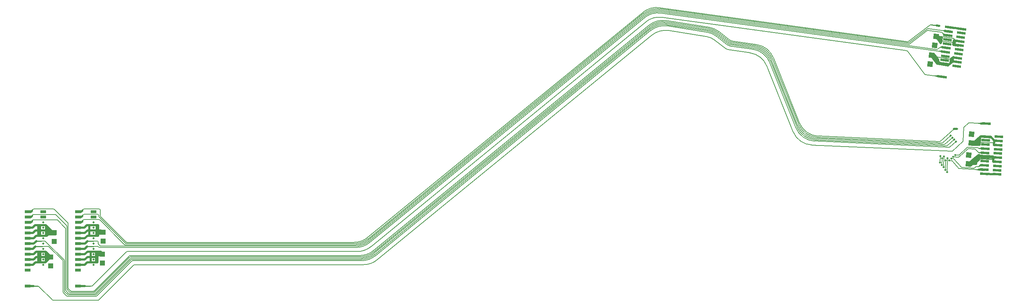
<source format=gbr>
*
G4_C Author: OrCAD GerbTool(tm) 8.1.1 Wed Jun 18 21:21:11 2003*
G4 Mass Parameters *
G4 Image *
G4 Aperture Definitions *
G4 Plot Data *
G4 Mass Parameters *
G4 Image *
G4 Aperture Definitions *
G4 Plot Data *
G4 Mass Parameters *
G4 Image *
G4 Aperture Definitions *
G4 Plot Data *
G4 Mass Parameters *
G4 Image *
G4 Aperture Definitions *
G4 Plot Data *
G4 Mass Parameters *
G4 Image *
G4 Aperture Definitions *
G4 Plot Data *
G4 Mass Parameters *
G4 Image *
G4 Aperture Definitions *
G4 Plot Data *
G4 Mass Parameters *
G4 Image *
G4 Aperture Definitions *
G4 Plot Data *
G4 Mass Parameters *
G4 Image *
G4 Aperture Definitions *
G4 Plot Data *
%LPD*%
%FSLAX34Y34*%
%MOIN*%
%AD*%
%AMD25R98*
20,1,0.025000,0.000000,-0.035000,0.000000,0.035000,98.600000*
%
%AMD10R98*
20,1,0.050000,-0.025000,0.000000,0.025000,0.000000,98.600000*
%
%AMD25R98N2*
20,1,0.025000,0.000000,-0.035000,0.000000,0.035000,98.600000*
%
%AMD10R98N2*
20,1,0.050000,-0.025000,0.000000,0.025000,0.000000,98.600000*
%
%AMD25R86*
20,1,0.025000,0.000000,-0.035000,0.000000,0.035000,86.080000*
%
%AMD10R86*
20,1,0.050000,-0.025000,0.000000,0.025000,0.000000,86.080000*
%
%AMD16R5*
20,1,0.025000,-0.035000,0.000000,0.035000,0.000000,5.450000*
%
%AMD10R5*
20,1,0.050000,-0.025000,0.000000,0.025000,0.000000,5.450000*
%
%AMD16R5N2*
20,1,0.025000,-0.035000,0.000000,0.035000,0.000000,5.450000*
%
%AMD10R5N2*
20,1,0.050000,-0.025000,0.000000,0.025000,0.000000,5.450000*
%
%AMD31R3*
20,1,0.025000,0.034920,-0.002390,-0.034920,0.002390,3.950000*
%
%AMD32R3*
20,1,0.050000,-0.001710,-0.024940,0.001710,0.024940,3.950000*
%
%AMD31R3N2*
20,1,0.025000,0.034920,-0.002390,-0.034920,0.002390,3.910000*
%
%AMD32R3N2*
20,1,0.050000,-0.001710,-0.024940,0.001710,0.024940,3.910000*
%
%AMD31R3N3*
20,1,0.025000,0.034920,-0.002390,-0.034920,0.002390,3.920000*
%
%AMD32R3N3*
20,1,0.050000,-0.001710,-0.024940,0.001710,0.024940,3.920000*
%
%AMD29R81*
20,1,0.022000,0.000000,-0.040000,0.000000,0.040000,81.800000*
%
%AMD42R81*
20,1,0.050000,-0.025000,0.000000,0.025000,0.000000,81.800000*
%
%AMD29R87*
20,1,0.022000,0.000000,-0.040000,0.000000,0.040000,87.000000*
%
%AMD42R87*
20,1,0.050000,-0.025000,0.000000,0.025000,0.000000,87.000000*
%
%AMD29R82*
20,1,0.022000,0.000000,-0.040000,0.000000,0.040000,82.200000*
%
%AMD42R82*
20,1,0.050000,-0.025000,0.000000,0.025000,0.000000,82.200000*
%
%AMD29R87N2*
20,1,0.022000,0.000000,-0.040000,0.000000,0.040000,87.400000*
%
%AMD42R87N2*
20,1,0.050000,-0.025000,0.000000,0.025000,0.000000,87.400000*
%
%ADD10R,0.050000X0.050000*%
%ADD11C,0.006000*%
%ADD12C,0.019000*%
%ADD13C,0.007900*%
%ADD14C,0.005000*%
%ADD15C,0.000800*%
%ADD16R,0.070000X0.025000*%
%ADD17R,0.068000X0.023000*%
%ADD18C,0.006000*%
%ADD19C,0.009800*%
%ADD20C,0.010000*%
%ADD21C,0.030000*%
%ADD22C,0.060000*%
%ADD23C,0.035000*%
%ADD24C,0.055000*%
%ADD25R,0.025000X0.070000*%
%ADD26D25R98*%
%ADD27R,0.029000X0.058000*%
%ADD28R,0.031000X0.060000*%
%ADD29R,0.022000X0.080000*%
%ADD30R,0.024000X0.082000*%
%ADD31R,0.030000X0.030000*%
%ADD32D10R86*%
%ADD33D16R5*%
%ADD34D10R5*%
%ADD35D16R5N2*%
%ADD36D10R5N2*%
%ADD37D31R3*%
%ADD38D32R3*%
%ADD39R,0.070000X0.025000*%
%ADD40D32R3N2*%
%ADD41R,0.070000X0.025000*%
%ADD42R,0.050000X0.050000*%
%ADD43D29R81*%
%ADD44D42R81*%
%ADD45D29R87*%
%ADD46D42R87*%
%ADD47D29R82*%
%ADD48D42R82*%
%ADD49D29R87N2*%
%ADD50D42R87N2*%
%ADD256R,0.058000X0.029000*%
G4_C OrCAD GerbTool Tool List *
G54D20*
G1X7677Y1877D2*
G1X7168Y1877D1*
G1X8360Y4137D2*
G54D12*
G1X8360Y4610D1*
G1X8360Y4255D2*
G1X8360Y4727D1*
G1X8413Y6632D2*
G1X8414Y7106D1*
G1X8331Y6127D2*
G54D11*
G1X7743Y6126D1*
G1X8431Y6027D2*
G75*
G3X8331Y6127I-100J0D1*
G74*
G1X7826Y1877D2*
G1X7564Y1877D1*
G1X7896Y1906D2*
G75*
G2X7826Y1877I-71J71D1*
G74*
G1X7108Y7377D2*
G54D12*
G1X6532Y7376D1*
G1X7108Y7377D2*
G1X7362Y7629D1*
G1X6663Y6376D2*
G1X7158Y6376D1*
G1X7409Y6628D1*
G1X6670Y5875D2*
G1X7169Y5875D1*
G1X7155Y4878D2*
G1X6608Y4878D1*
G1X6607Y4378D2*
G1X7154Y4378D1*
G1X7405Y4628D1*
G1X7141Y5377D2*
G1X7392Y5628D1*
G1X7406Y5128D2*
G1X7155Y4878D1*
G1X7396Y4128D2*
G1X7148Y3878D1*
G1X7169Y5875D2*
G1X7422Y6128D1*
G1X7153Y6880D2*
G1X6580Y6880D1*
G1X7401Y7128D2*
G1X7153Y6880D1*
G1X11116Y5997D2*
G75*
G54D11*
G2X11046Y6026I0J100D1*
G74*
G1X11044Y5877D2*
G75*
G2X10974Y5906I0J100D1*
G74*
G1X10963Y5757D2*
G75*
G2X10893Y5786I0J100D1*
G74*
G1X11098Y5108D2*
G1X7896Y1906D1*
G1X11168Y5137D2*
G75*
G3X11098Y5108I0J-100D1*
G74*
G1X11409Y4757D2*
G75*
G3X11339Y4728I0J-100D1*
G74*
G1X11397Y4608D2*
G75*
G2X11467Y4637I71J-71D1*
G74*
G1X11524Y4517D2*
G75*
G3X11454Y4488I0J-100D1*
G74*
G1X11517Y4368D2*
G75*
G2X11587Y4397I71J-71D1*
G74*
G1X11661Y4277D2*
G75*
G3X11591Y4248I0J-100D1*
G74*
G1X11786Y3868D2*
G75*
G2X11856Y3897I71J-71D1*
G74*
G1X8292Y947D2*
G1X11591Y4248D1*
G1X8222Y918D2*
G75*
G3X8292Y947I0J100D1*
G74*
G1X11517Y4368D2*
G1X8217Y1067D1*
G75*
G2X8147Y1038I-71J71D1*
G74*
G1X8154Y1187D2*
G1X11454Y4488D1*
G1X8084Y1158D2*
G75*
G3X8154Y1187I0J100D1*
G74*
G1X11397Y4608D2*
G1X8097Y1307D1*
G75*
G2X8027Y1278I-71J71D1*
G74*
G1X8039Y1427D2*
G1X11339Y4728D1*
G1X7969Y1398D2*
G75*
G3X8039Y1427I0J100D1*
G74*
G1X8487Y567D2*
G1X11786Y3868D1*
G1X8417Y538D2*
G75*
G3X8487Y567I0J100D1*
G74*
G1X8414Y6627D2*
G54D12*
G1X7409Y6627D1*
G1X7423Y6126D2*
G54D20*
G1X7969Y6127D1*
G1X7392Y5627D2*
G1X7969Y5627D1*
G1X8675Y5127D2*
G54D12*
G1X7406Y5127D1*
G1X8360Y4627D2*
G1X7422Y4627D1*
G1X8360Y4127D2*
G1X7396Y4127D1*
G1X8359Y5627D2*
G54D11*
G1X7712Y5627D1*
G1X8429Y5598D2*
G75*
G3X8359Y5627I-71J-71D1*
G74*
G1X8429Y5598D2*
G1X8481Y5546D1*
G75*
G3X8551Y5517I71J71D1*
G74*
G1X8431Y5874D2*
G1X8431Y6027D1*
G1X8460Y5803D2*
G75*
G2X8431Y5874I71J71D1*
G74*
G1X8460Y5803D2*
G1X8597Y5666D1*
G75*
G3X8667Y5637I71J71D1*
G74*
G1X6608Y5377D2*
G54D12*
G1X7141Y5377D1*
G1X6608Y3877D2*
G1X7109Y3877D1*
G1X7168Y1877D2*
G1X6618Y1877D1*
G1X7978Y6375D3*
G1X7977Y5875D3*
G1X7977Y4376D3*
G1X7977Y6875D3*
G1X7976Y5376D3*
G1X7976Y4876D3*
G1X7977Y3875D3*
G1X7976Y7876D3*
G54D256*
G1X7976Y8376D3*
G1X7978Y8876D3*
G1X6507Y8378D3*
G1X6506Y7877D3*
G1X6506Y7378D3*
G1X6506Y6878D3*
G1X6506Y6377D3*
G1X6507Y5877D3*
G1X6507Y5377D3*
G1X6506Y4876D3*
G1X6507Y4377D3*
G1X6506Y3878D3*
G1X6507Y3377D3*
G1X6506Y1877D3*
G1X6507Y8877D3*
G1X6789Y7773D2*
G54D11*
G1X6919Y7879D1*
G1X6789Y7985D1*
G1X6795Y7879D2*
G1X6919Y7879D1*
G1X6790Y8273D2*
G1X6920Y8379D1*
G1X6794Y8378D1*
G1X6795Y8879D2*
G1X6921Y8879D1*
G1X6886Y8379D2*
G75*
G3X6985Y8479I0J100D1*
G74*
G1X6921Y8879D2*
G1X6790Y8773D1*
G1X6795Y7879D2*
G1X6919Y7879D1*
G1X6885Y7878D2*
G75*
G3X6985Y7979I0J100D1*
G74*
G1X6920Y8879D2*
G1X6789Y8985D1*
G1X6794Y8879D2*
G1X6920Y8879D1*
G1X6885Y8879D2*
G75*
G3X6985Y8979I0J100D1*
G74*
G1X6918Y8379D2*
G1X6787Y8485D1*
G1X6835Y8423D2*
G1X6960Y8424D1*
G1X6838Y8459D2*
G1X6963Y8459D1*
G1X6843Y8433D2*
G1X6973Y8539D1*
G1X6773Y8484D2*
G1X6899Y8484D1*
G1X6853Y8406D2*
G1X6983Y8512D1*
G1X6787Y8984D2*
G1X6912Y8985D1*
G1X6826Y8925D2*
G1X6952Y8924D1*
G1X6830Y8964D2*
G1X6954Y8964D1*
G1X6983Y9036D2*
G1X6853Y8930D1*
G1X6977Y8994D2*
G1X6847Y8889D1*
G1X6961Y8970D2*
G1X6831Y8864D1*
G1X6827Y8451D2*
G1X6957Y8557D1*
G1X6810Y7936D2*
G1X6940Y8043D1*
G1X6749Y7983D2*
G1X6875Y7984D1*
G1X6843Y7923D2*
G1X6967Y7923D1*
G1X6845Y7956D2*
G1X6971Y7956D1*
G1X6850Y7983D2*
G1X6974Y7983D1*
G1X6845Y7925D2*
G1X6975Y8031D1*
G1X6985Y8979D2*
G1X6986Y9039D1*
G1X6970Y9077D2*
G1X6840Y8971D1*
G1X6858Y8938D2*
G1X6986Y9067D1*
G1X7086Y8134D2*
G75*
G3X7023Y8112I0J-101D1*
G74*
G1X7088Y8634D2*
G75*
G3X7024Y8611I0J-101D1*
G74*
G1X6985Y8015D2*
G1X6984Y8070D1*
G1X6984Y8508D2*
G1X6984Y8563D1*
G1X6984Y8465D2*
G1X6984Y8520D1*
G1X6985Y7970D2*
G1X6985Y8025D1*
G1X7021Y8110D2*
G1X6890Y8003D1*
G1X7084Y8133D2*
G75*
G3X7021Y8110I0J-100D1*
G74*
G1X6886Y8498D2*
G1X7023Y8610D1*
G75*
G2X7087Y8633I63J-77D1*
G74*
G1X6896Y9016D2*
G1X7017Y9115D1*
G75*
G2X7080Y9137I63J-78D1*
G74*
G1X6804Y7819D2*
G1X6804Y7946D1*
G1X6808Y8324D2*
G1X6808Y8451D1*
G1X6804Y8829D2*
G1X6804Y8956D1*
G1X10893Y5786D2*
G1X8576Y8104D1*
G1X8506Y8133D2*
G1X7084Y8133D1*
G1X8576Y8104D2*
G75*
G3X8506Y8133I-71J-71D1*
G74*
G1X10974Y5906D2*
G1X8512Y8368D1*
G75*
G2X8483Y8439I71J71D1*
G74*
G1X8483Y8533D1*
G1X8383Y8633D2*
G1X7087Y8633D1*
G1X8483Y8533D2*
G75*
G3X8383Y8633I-100J0D1*
G74*
G1X11046Y6026D2*
G1X8640Y8432D1*
G75*
G2X8611Y8503I71J71D1*
G74*
G1X8611Y9037D1*
G1X8511Y9137D2*
G1X7080Y9137D1*
G1X8611Y9037D2*
G75*
G3X8511Y9137I-100J0D1*
G74*
G1X7593Y7151D2*
G54D12*
G1X7593Y7624D1*
G1X7591Y6676D2*
G1X7591Y7149D1*
G1X8675Y6809D2*
G1X8287Y6809D1*
G1X8682Y6985D2*
G1X8287Y6985D1*
G1X8414Y7302D2*
G1X8287Y7302D1*
G1X8287Y7487D2*
G1X8413Y7487D1*
G1X7976Y7376D3*
G1X8267Y7146D2*
G1X8267Y7619D1*
G1X8262Y6711D2*
G1X8262Y7184D1*
G1X8414Y7157D2*
G1X8414Y7630D1*
G1X8674Y7125D2*
G1X7401Y7125D1*
G1X7362Y7628D2*
G1X8414Y7628D1*
G54D42*
G1X8814Y4056D3*
G1X8815Y4896D3*
G1X8891Y6120D3*
G1X8892Y6960D3*
G1X2347Y1876D2*
G54D12*
G1X1798Y1876D1*
G1X2757Y1876D2*
G54D20*
G1X2248Y1876D1*
G1X2827Y1845D2*
G75*
G54D11*
G3X2757Y1876I-71J-71D1*
G74*
G1X2061Y7770D2*
G1X2191Y7876D1*
G1X2061Y7983D1*
G1X2081Y7954D2*
G1X2081Y7800D1*
G1X2119Y7931D2*
G1X2118Y7822D1*
G1X2066Y7877D2*
G1X2191Y7876D1*
G1X2061Y8270D2*
G1X2191Y8377D1*
G1X2082Y8454D2*
G1X2081Y8300D1*
G1X2118Y8431D2*
G1X2119Y8323D1*
G1X2066Y8377D2*
G1X2191Y8377D1*
G1X2083Y8954D2*
G1X2082Y8800D1*
G1X2119Y8931D2*
G1X2120Y8823D1*
G1X2068Y8876D2*
G1X2192Y8877D1*
G1X2258Y8532D2*
G75*
G2X2357Y8632I100J0D1*
G74*
G1X2258Y8476D2*
G1X2258Y8532D1*
G1X2157Y8377D2*
G75*
G3X2258Y8476I0J100D1*
G74*
G1X2066Y7877D2*
G1X2191Y7876D1*
G1X2257Y8031D2*
G75*
G2X2357Y8131I100J0D1*
G74*
G1X2258Y7977D2*
G1X2257Y8031D1*
G1X2157Y7877D2*
G75*
G3X2258Y7977I0J100D1*
G74*
G1X2191Y8877D2*
G1X2061Y8983D1*
G1X2067Y8877D2*
G1X2191Y8877D1*
G1X2157Y8876D2*
G75*
G3X2257Y8977I0J100D1*
G74*
G1X2189Y8376D2*
G1X2060Y8483D1*
G1X2106Y8422D2*
G1X2231Y8421D1*
G1X2110Y8457D2*
G1X2235Y8457D1*
G1X2157Y8496D2*
G1X2287Y8602D1*
G1X2115Y8431D2*
G1X2245Y8537D1*
G1X2046Y8482D2*
G1X2170Y8481D1*
G1X2124Y8404D2*
G1X2254Y8510D1*
G1X2059Y8983D2*
G1X2185Y8983D1*
G1X2099Y8923D2*
G1X2223Y8923D1*
G1X2101Y8962D2*
G1X2226Y8961D1*
G1X2255Y9034D2*
G1X2125Y8927D1*
G1X2248Y8993D2*
G1X2118Y8887D1*
G1X2233Y8968D2*
G1X2103Y8862D1*
G1X2098Y8448D2*
G1X2228Y8555D1*
G1X2162Y8001D2*
G1X2292Y8107D1*
G1X2081Y7935D2*
G1X2211Y8041D1*
G1X2022Y7982D2*
G1X2146Y7982D1*
G1X2114Y7921D2*
G1X2239Y7921D1*
G1X2117Y7954D2*
G1X2242Y7954D1*
G1X2121Y7981D2*
G1X2246Y7980D1*
G1X2116Y7922D2*
G1X2246Y8029D1*
G1X2257Y8977D2*
G1X2257Y9037D1*
G75*
G2X2358Y9137I100J0D1*
G74*
G1X2299Y9120D2*
G1X2169Y9014D1*
G1X2243Y9075D2*
G1X2113Y8969D1*
G1X2238Y7374D2*
G54D12*
G1X1661Y7375D1*
G1X2238Y7374D2*
G1X2490Y7626D1*
G1X2130Y8936D2*
G54D11*
G1X2258Y9065D1*
G1X1791Y6374D2*
G54D12*
G1X2287Y6374D1*
G1X1799Y5874D2*
G1X2299Y5874D1*
G1X1737Y3876D2*
G1X2237Y3876D1*
G1X2285Y4876D2*
G1X1737Y4875D1*
G1X1737Y4376D2*
G1X2283Y4376D1*
G1X1737Y5376D2*
G1X2271Y5376D1*
G1X2520Y5626D1*
G1X2526Y4126D2*
G1X2276Y3876D1*
G1X2282Y6877D2*
G1X1710Y6878D1*
G1X2530Y7126D2*
G1X2282Y6877D1*
G1X2073Y8780D2*
G54D11*
G1X2203Y8887D1*
G1X2651Y6126D2*
G54D20*
G1X3097Y6125D1*
G1X3950Y4626D2*
G54D12*
G1X3450Y4126D1*
G1X3922Y4676D2*
G1X3473Y5126D1*
G1X2336Y6374D2*
G1X2588Y6626D1*
G1X2332Y4376D2*
G1X2583Y4626D1*
G1X2583Y5125D2*
G1X2334Y4876D1*
G1X2348Y5874D2*
G1X2600Y6127D1*
G1X5899Y1397D2*
G75*
G54D11*
G2X5829Y1426I0J100D1*
G74*
G1X5729Y1306D2*
G75*
G3X5800Y1277I71J71D1*
G74*
G1X5702Y1157D2*
G75*
G2X5631Y1186I0J100D1*
G74*
G1X5557Y1066D2*
G75*
G3X5627Y1037I71J71D1*
G74*
G1X5528Y917D2*
G75*
G2X5458Y946I0J100D1*
G74*
G1X5115Y1330D2*
G75*
G3X5144Y1260I100J0D1*
G74*
G1X5264Y1359D2*
G75*
G2X5235Y1429I71J71D1*
G74*
G1X5384Y1435D2*
G75*
G2X5355Y1505I71J71D1*
G74*
G1X5475Y1603D2*
G75*
G3X5504Y1533I100J0D1*
G74*
G1X5627Y1628D2*
G75*
G2X5598Y1698I71J71D1*
G74*
G1X5115Y1330D2*
G1X5115Y4235D1*
G75*
G3X5086Y4305I-100J0D1*
G74*
G1X5235Y1429D2*
G1X5235Y4285D1*
G75*
G3X5206Y4355I-100J0D1*
G74*
G1X5086Y4305D2*
G1X3793Y5597D1*
G1X3723Y5626D2*
G1X2873Y5626D1*
G1X3793Y5597D2*
G75*
G3X3723Y5626I-71J-71D1*
G74*
G1X5206Y4355D2*
G1X3464Y6097D1*
G1X3394Y6126D2*
G1X2872Y6126D1*
G1X3464Y6097D2*
G75*
G3X3394Y6126I-71J-71D1*
G74*
G1X5355Y1505D2*
G1X5355Y7280D1*
G75*
G3X5326Y7350I-100J0D1*
G74*
G1X5475Y1603D2*
G1X5475Y7500D1*
G75*
G3X5446Y7570I-100J0D1*
G74*
G1X5598Y1698D2*
G1X5598Y7736D1*
G75*
G3X5569Y7806I-100J0D1*
G74*
G1X5326Y7350D2*
G1X4575Y8102D1*
G75*
G3X4505Y8131I-71J-71D1*
G74*
G1X5446Y7570D2*
G1X4415Y8602D1*
G75*
G3X4345Y8631I-71J-71D1*
G74*
G1X5569Y7806D2*
G1X4268Y9107D1*
G75*
G3X4198Y9136I-71J-71D1*
G74*
G1X3450Y4126D2*
G54D12*
G1X2526Y4126D1*
G1X3899Y4626D2*
G1X2566Y4626D1*
G1X3473Y5126D2*
G1X2566Y5125D1*
G1X3197Y5626D2*
G54D20*
G1X2566Y5626D1*
G1X3558Y7126D2*
G54D12*
G1X2530Y7126D1*
G1X4345Y8631D2*
G54D11*
G1X2357Y8631D1*
G1X4198Y9136D2*
G1X2358Y9136D1*
G1X4505Y8131D2*
G1X2356Y8131D1*
G1X4107Y566D2*
G75*
G3X4177Y537I71J71D1*
G74*
G54D12*
G1X3239Y6373D3*
G1X3238Y5873D3*
G1X3238Y4374D3*
G1X3238Y6873D3*
G1X3237Y7374D3*
G1X3237Y5374D3*
G1X3237Y4874D3*
G1X3238Y3873D3*
G1X3237Y7874D3*
G54D256*
G1X3237Y8374D3*
G1X3239Y8874D3*
G1X1767Y8376D3*
G1X1766Y7875D3*
G1X1766Y7376D3*
G1X1766Y6876D3*
G1X1766Y6375D3*
G1X1767Y5875D3*
G1X1767Y5375D3*
G1X1766Y4874D3*
G1X1767Y4375D3*
G1X1766Y3876D3*
G1X1767Y3375D3*
G1X1766Y1874D3*
G1X1767Y8875D3*
G1X2530Y7626D2*
G54D12*
G1X3472Y7626D1*
G54D42*
G1X3949Y3766D3*
G1X3950Y4606D3*
G1X4268Y6070D3*
G1X4269Y6910D3*
G1X3563Y7064D2*
G54D12*
G1X4423Y7064D1*
G1X3923Y7176D2*
G1X3474Y7626D1*
G1X4175Y6922D2*
G1X3726Y7372D1*
G1X3563Y6755D2*
G1X4423Y6755D1*
G1X3511Y6919D2*
G1X4371Y6919D1*
G1X4100Y6878D2*
G1X3651Y7328D1*
G1X3657Y6741D2*
G1X3657Y7418D1*
G1X3504Y6626D2*
G1X3504Y7576D1*
G1X4034Y7070D2*
G1X3584Y6626D1*
G1X3566Y6625D2*
G1X2611Y6625D1*
G1X2976Y4148D2*
G1X2976Y5098D1*
G1X2793Y4155D2*
G1X2793Y5105D1*
G1X2958Y6642D2*
G1X2958Y7592D1*
G1X2773Y6628D2*
G1X2773Y7578D1*
G1X3498Y5095D2*
G1X3498Y4196D1*
G1X3656Y4926D2*
G1X3656Y4426D1*
G1X7969Y1398D2*
G54D11*
G1X5898Y1398D1*
G1X5828Y1427D2*
G1X5627Y1628D1*
G1X5898Y1398D2*
G75*
G2X5828Y1427I0J100D1*
G74*
G1X8027Y1278D2*
G1X5798Y1278D1*
G1X5727Y1308D2*
G1X5504Y1533D1*
G1X5798Y1278D2*
G75*
G2X5727Y1308I0J100D1*
G74*
G1X8084Y1158D2*
G1X5700Y1158D1*
G1X5629Y1188D2*
G1X5384Y1435D1*
G1X5700Y1158D2*
G75*
G2X5629Y1188I0J100D1*
G74*
G1X8147Y1038D2*
G1X5626Y1038D1*
G1X5556Y1067D2*
G1X5264Y1359D1*
G1X5626Y1038D2*
G75*
G2X5556Y1067I0J100D1*
G74*
G1X8222Y918D2*
G1X5527Y918D1*
G1X5457Y947D2*
G1X5144Y1260D1*
G1X5527Y918D2*
G75*
G2X5457Y947I0J100D1*
G74*
G1X8417Y538D2*
G1X4176Y538D1*
G1X4106Y567D2*
G1X2827Y1845D1*
G1X4176Y538D2*
G75*
G2X4106Y567I0J100D1*
G74*
G1X7725Y4575D2*
G54D12*
G1X7725Y5047D1*
G1X7725Y4131D2*
G1X7725Y4604D1*
G1X8361Y4440D2*
G1X8225Y4440D1*
G1X8225Y4277D2*
G1X8360Y4277D1*
G1X8674Y4785D2*
G1X8225Y4785D1*
G1X8225Y4947D2*
G1X8674Y4947D1*
G1X8225Y4134D2*
G1X8225Y4607D1*
G1X8225Y4648D2*
G1X8225Y5121D1*
G1X11116Y5997D2*
G54D11*
G1X32495Y5997D1*
G75*
G3X33762Y6450I0J2001D1*
G74*
G1X32539Y5877D2*
G1X11044Y5877D1*
G1X33806Y6330D2*
G75*
G2X32539Y5877I-1267J1549D1*
G74*
G1X10963Y5757D2*
G1X32582Y5757D1*
G75*
G3X33849Y6210I0J2001D1*
G74*
G1X32624Y5637D2*
G1X8667Y5637D1*
G1X33891Y6090D2*
G75*
G2X32624Y5637I-1267J1549D1*
G74*
G1X8551Y5517D2*
G1X32668Y5517D1*
G75*
G3X33934Y5970I0J2001D1*
G74*
G1X32807Y5137D2*
G1X11168Y5137D1*
G1X34074Y5590D2*
G75*
G2X32807Y5137I-1267J1549D1*
G74*
G1X11409Y4757D2*
G1X33037Y4757D1*
G75*
G3X34304Y5210I0J2001D1*
G74*
G1X33080Y4637D2*
G1X11467Y4637D1*
G1X34346Y5090D2*
G75*
G2X33080Y4637I-1267J1549D1*
G74*
G1X11524Y4517D2*
G1X33123Y4517D1*
G75*
G3X34390Y4970I0J2001D1*
G74*
G1X33166Y4397D2*
G1X11587Y4397D1*
G1X34432Y4850D2*
G75*
G2X33166Y4397I-1267J1549D1*
G74*
G1X11661Y4277D2*
G1X33209Y4277D1*
G75*
G3X34475Y4730I0J2001D1*
G74*
G1X33394Y3897D2*
G1X11856Y3897D1*
G1X34661Y4350D2*
G75*
G2X33394Y3897I-1267J1549D1*
G74*
G1X60254Y26450D2*
G1X34304Y5210D1*
G1X61826Y26878D2*
G75*
G3X60254Y26450I-306J-1977D1*
G74*
G1X34661Y4350D2*
G1X60511Y25507D1*
G75*
G2X62084Y25936I1272J-1555D1*
G74*
G1X60392Y25942D2*
G1X34475Y4730D1*
G1X61965Y26371D2*
G75*
G3X60392Y25942I-306J-1977D1*
G74*
G1X34432Y4850D2*
G1X60357Y26069D1*
G75*
G2X61930Y26498I1272J-1555D1*
G74*
G1X60323Y26196D2*
G1X34390Y4970D1*
G1X61895Y26625D2*
G75*
G3X60323Y26196I-306J-1977D1*
G74*
G1X34346Y5090D2*
G1X60288Y26323D1*
G75*
G2X61861Y26752I1272J-1555D1*
G74*
G1X62084Y25936D2*
G1X65565Y25397D1*
G75*
G2X66495Y24992I-307J-1982D1*
G74*
G1X65670Y25798D2*
G1X61965Y26371D1*
G1X66601Y25393D2*
G75*
G3X65670Y25798I-1229J-1563D1*
G74*
G1X61930Y26498D2*
G1X65719Y25912D1*
G75*
G2X66650Y25507I-307J-1982D1*
G74*
G1X65769Y26025D2*
G1X61895Y26625D1*
G1X66700Y25620D2*
G75*
G3X65769Y26025I-1229J-1563D1*
G74*
G1X61861Y26752D2*
G1X65818Y26139D1*
G75*
G2X66749Y25734I-307J-1982D1*
G74*
G1X65868Y26253D2*
G1X61826Y26878D1*
G1X66799Y25848D2*
G75*
G3X65868Y26253I-1229J-1563D1*
G74*
G1X66799Y25848D2*
G1X67808Y25054D1*
G75*
G3X68045Y24952I308J391D1*
G74*
G1X66749Y25734D2*
G1X67759Y24940D1*
G75*
G3X67996Y24838I308J391D1*
G74*
G1X66700Y25620D2*
G1X67710Y24826D1*
G75*
G3X67948Y24724I308J391D1*
G74*
G1X66650Y25507D2*
G1X67661Y24712D1*
G75*
G3X67899Y24610I308J391D1*
G74*
G1X66601Y25393D2*
G1X67612Y24597D1*
G75*
G3X67850Y24495I308J391D1*
G74*
G1X66495Y24992D2*
G1X67457Y24236D1*
G75*
G3X67695Y24134I308J391D1*
G74*
G1X69746Y23838D1*
G75*
G2X71318Y22602I-285J-1976D1*
G74*
G1X70018Y24183D2*
G1X67850Y24495D1*
G1X71589Y22946D2*
G75*
G3X70018Y24183I-1851J-740D1*
G74*
G1X70103Y24292D2*
G1X67899Y24610D1*
G1X71675Y23055D2*
G75*
G3X70103Y24292I-1851J-740D1*
G74*
G1X70189Y24401D2*
G1X67948Y24724D1*
G1X71761Y23164D2*
G75*
G3X70189Y24401I-1851J-740D1*
G74*
G1X67996Y24838D2*
G1X70275Y24510D1*
G75*
G2X71846Y23273I-285J-1976D1*
G74*
G1X70360Y24619D2*
G1X68045Y24952D1*
G1X71932Y23382D2*
G75*
G3X70360Y24619I-1851J-740D1*
G74*
G1X87836Y21577D2*
G54D12*
G1X87340Y21645D1*
G1X87633Y21605D2*
G54D20*
G1X87129Y21674D1*
G1X86254Y21794D2*
G54D11*
G1X87271Y21655D1*
G1X86188Y21832D2*
G75*
G3X86254Y21794I80J61D1*
G74*
G1X88584Y23263D2*
G54D14*
G1X88089Y23331D1*
G1X87668Y22820D2*
G54D12*
G1X88314Y22731D1*
G1X87993Y25521D2*
G54D20*
G1X87876Y25675D1*
G1X88219Y23909D2*
G54D12*
G1X87723Y23977D1*
G1X88016Y23937D2*
G54D20*
G1X87512Y24006D1*
G1X88272Y24299D2*
G54D12*
G1X87777Y24367D1*
G1X87876Y25675D2*
G54D11*
G1X87820Y25750D1*
G75*
G3X87753Y25789I-80J-61D1*
G74*
G1X87027Y23739D2*
G54D12*
G1X87386Y23267D1*
G1X87556Y22834D2*
G1X88204Y22745D1*
G1X86865Y23460D2*
G1X87300Y22886D1*
G1X88371Y22835D2*
G54D19*
G1X87590Y22942D1*
G1X88301Y23302D2*
G54D14*
G1X87329Y23435D1*
G1X86915Y23393D2*
G54D12*
G1X87352Y22820D1*
G1X88075Y22674D2*
G54D19*
G1X87579Y22742D1*
G1X87565Y25165D2*
G54D12*
G1X87311Y25500D1*
G1X87613Y24951D2*
G1X87359Y25285D1*
G1X87719Y24963D2*
G1X87465Y25297D1*
G1X89295Y26146D2*
G1X88717Y26225D1*
G1X88612Y25843D2*
G1X88034Y25922D1*
G1X88095Y25913D2*
G54D20*
G1X87904Y25939D1*
G54D47*
G1X89187Y22582D3*
G1X89241Y22973D3*
G1X89294Y23362D3*
G1X89348Y23753D3*
G1X89401Y24143D3*
G1X89455Y24534D3*
G1X89508Y24922D3*
G1X89561Y25313D3*
G1X89615Y25703D3*
G1X89668Y26092D3*
G1X87838Y21576D3*
G1X88052Y23135D3*
G1X88105Y23525D3*
G1X88159Y23915D3*
G1X88212Y24306D3*
G1X88266Y24696D3*
G1X88319Y25085D3*
G1X88373Y25476D3*
G1X88426Y25865D3*
G1X88479Y26255D3*
G1X88782Y22999D2*
G54D12*
G1X88839Y23415D1*
G1X88579Y22836D2*
G1X88636Y23252D1*
G1X88888Y23453D2*
G1X88648Y23272D1*
G1X89043Y24993D2*
G54D14*
G1X88902Y25179D1*
G1X88836Y25217D2*
G1X87451Y25407D1*
G1X88902Y25179D2*
G75*
G3X88836Y25217I-80J-61D1*
G74*
G1X88838Y24811D2*
G1X87790Y24955D1*
G1X89297Y24936D2*
G54D20*
G1X88903Y24990D1*
G1X87834Y22706D2*
G54D19*
G1X87338Y22774D1*
G1X88554Y25453D2*
G54D12*
G1X87977Y25532D1*
G1X87178Y23539D2*
G1X87450Y23179D1*
G1X87402Y22818D2*
G1X87451Y23178D1*
G1X87182Y23394D2*
G1X87540Y22922D1*
G1X88830Y23011D2*
G1X88390Y22676D1*
G1X88384Y22631D2*
G54D19*
G1X87786Y22713D1*
G1X88526Y22827D2*
G1X87591Y22955D1*
G54D48*
G1X86690Y22771D3*
G1X86805Y23603D3*
G1X87122Y24535D3*
G1X87237Y25367D3*
G1X87034Y23521D2*
G54D12*
G1X87556Y22834D1*
G1X84653Y24911D2*
G75*
G54D11*
G2X84579Y24892I-61J80D1*
G74*
G1X84686Y24786D2*
G75*
G2X84613Y24766I-61J80D1*
G74*
G1X84722Y24659D2*
G75*
G2X84649Y24640I-61J80D1*
G74*
G1X86188Y21832D2*
G1X84543Y24000D1*
G75*
G3X84476Y24038I-80J-61D1*
G74*
G1X84722Y24659D2*
G1X86413Y25943D1*
G1X86486Y25962D2*
G1X87753Y25789D1*
G1X86413Y25943D2*
G75*
G2X86486Y25962I61J-80D1*
G74*
G1X84686Y24786D2*
G1X86433Y26112D1*
G1X86506Y26131D2*
G1X88020Y25924D1*
G1X86433Y26112D2*
G75*
G2X86506Y26131I61J-80D1*
G74*
G1X84653Y24911D2*
G1X86708Y26472D1*
G75*
G2X86782Y26491I61J-80D1*
G74*
G1X87555Y26382D2*
G54D12*
G1X87275Y26420D1*
G1X86781Y26488D2*
G54D20*
G1X87415Y26401D1*
G1X89426Y25019D2*
G54D14*
G1X88921Y25089D1*
G1X89532Y24970D2*
G1X89027Y25039D1*
G1X88988Y24978D2*
G54D12*
G1X88935Y24592D1*
G1X89028Y24972D2*
G1X88976Y24587D1*
G1X89348Y24463D2*
G54D14*
G1X88844Y24532D1*
G1X88853Y24601D2*
G54D12*
G1X88911Y25018D1*
G1X87652Y25349D2*
G54D20*
G1X87583Y24845D1*
G1X87723Y25344D2*
G1X87654Y24841D1*
G1X87567Y25356D2*
G1X87531Y25095D1*
G1X87813Y25331D2*
G1X87737Y24779D1*
G1X87379Y25175D2*
G54D12*
G1X87690Y24761D1*
G1X88070Y24327D2*
G54D20*
G1X87660Y24383D1*
G1X87659Y24376D2*
G54D11*
G1X87390Y24173D1*
G75*
G2X87316Y24154I-61J80D1*
G74*
G1X91934Y17176D2*
G54D12*
G1X91434Y17199D1*
G1X91730Y17185D2*
G54D20*
G1X91222Y17208D1*
G1X90267Y17223D2*
G75*
G54D11*
G2X90339Y17248I68J-74D1*
G74*
G54D12*
G1X88328Y13900D3*
G1X88269Y12601D3*
G1X88270Y12601D2*
G54D11*
G1X88328Y13900D1*
G1X90835Y13720D2*
G54D12*
G1X91273Y14120D1*
G1X91157Y13825D2*
G1X90847Y13541D1*
G1X90851Y13652D3*
G1X91983Y13233D2*
G1X91401Y13259D1*
G1X91377Y13268D2*
G54D20*
G1X91234Y13138D1*
G1X91985Y14810D2*
G54D12*
G1X91485Y14833D1*
G1X91781Y14819D2*
G54D20*
G1X91272Y14842D1*
G1X91784Y14424D2*
G1X91254Y14448D1*
G1X91467Y14438D2*
G54D12*
G1X91967Y14416D1*
G1X91284Y12834D2*
G54D11*
G1X91272Y12822D1*
G1X91203Y14890D2*
G1X91254Y14835D1*
G1X91135Y14923D2*
G75*
G2X91203Y14890I-5J-100D1*
G74*
G1X91233Y14447D2*
G1X90959Y14748D1*
G75*
G3X90889Y14781I-74J-68D1*
G74*
G1X91230Y17208D2*
G1X90339Y17248D1*
G1X92559Y12417D2*
G54D12*
G1X91976Y12443D1*
G1X90278Y14809D2*
G54D11*
G1X90889Y14781D1*
G1X90205Y14783D2*
G75*
G2X90278Y14809I68J-74D1*
G74*
G1X90255Y14963D2*
G1X91135Y14923D1*
G1X90182Y14937D2*
G75*
G2X90255Y14963I68J-74D1*
G74*
G1X91224Y13127D2*
G1X91057Y13134D1*
G75*
G3X90984Y13109I-5J-99D1*
G74*
G1X90886Y13018D1*
G75*
G2X90814Y12992I-68J74D1*
G74*
G1X89686Y13044D1*
G75*
G2X89617Y13076I5J100D1*
G74*
G1X91026Y13386D2*
G54D12*
G1X90265Y13421D1*
G1X90430Y13507D2*
G1X90868Y13907D1*
G1X90591Y13456D2*
G1X91029Y13855D1*
G1X90469Y13208D2*
G1X90908Y13608D1*
G1X88601Y16046D3*
G1X88768Y15863D3*
G1X88935Y15680D3*
G1X89102Y15498D3*
G1X88540Y14984D2*
G75*
G54D11*
G2X88468Y14958I-68J74D1*
G74*
G54D12*
G1X89044Y14217D3*
G1X88861Y14050D3*
G1X88678Y13883D3*
G1X88495Y13716D3*
G1X89102Y15497D2*
G54D11*
G1X88543Y14985D1*
G75*
G2X88471Y14960I-68J74D1*
G74*
G1X90182Y14937D2*
G1X89413Y14229D1*
G1X89340Y14203D2*
G1X89044Y14217D1*
G1X89413Y14229D2*
G75*
G2X89340Y14203I-68J74D1*
G74*
G1X90205Y14783D2*
G1X89415Y14055D1*
G1X89342Y14028D2*
G1X88861Y14050D1*
G1X89415Y14055D2*
G75*
G2X89342Y14028I-68J73D1*
G74*
G1X88495Y13707D2*
G1X88674Y13699D1*
G75*
G2X88742Y13667I-5J-100D1*
G74*
G1X88678Y13883D2*
G1X88848Y13875D1*
G1X88918Y13843D2*
G1X89617Y13076D1*
G1X88848Y13875D2*
G75*
G2X88918Y13843I-5J-100D1*
G74*
G1X88793Y14592D2*
G75*
G2X88721Y14566I-68J74D1*
G74*
G1X88910Y16663D2*
G1X87644Y15507D1*
G75*
G2X87572Y15481I-68J74D1*
G74*
G1X87870Y15377D2*
G1X88601Y16046D1*
G1X87798Y15352D2*
G75*
G3X87870Y15377I5J100D1*
G74*
G1X88768Y15863D2*
G1X88094Y15246D1*
G75*
G2X88022Y15220I-68J74D1*
G74*
G1X88319Y15116D2*
G1X88935Y15680D1*
G1X88246Y15090D2*
G75*
G3X88319Y15116I5J100D1*
G74*
G54D12*
G1X87638Y14108D3*
G1X87805Y13924D3*
G1X88104Y12785D2*
G54D11*
G1X88147Y13734D1*
G54D12*
G1X88147Y13732D3*
G1X87988Y14092D3*
G1X87940Y13078D3*
G1X87805Y13924D2*
G54D11*
G1X87775Y13260D1*
G1X87988Y14092D2*
G1X87942Y13078D1*
G1X87609Y13484D2*
G1X87637Y14108D1*
G54D12*
G1X87774Y13281D3*
G1X88103Y12813D3*
G1X87609Y13503D3*
G1X91160Y12856D2*
G54D11*
G1X89452Y12933D1*
G1X89383Y12965D2*
G1X88742Y13667D1*
G1X89452Y12933D2*
G75*
G2X89383Y12965I5J100D1*
G74*
G1X91063Y12860D2*
G54D20*
G1X91255Y12851D1*
G1X91819Y12826D2*
G54D12*
G1X91237Y12852D1*
G1X88793Y14592D2*
G54D11*
G1X89752Y15469D1*
G75*
G3X89784Y15538I-68J74D1*
G74*
G1X89841Y16794D1*
G1X89873Y16863D2*
G1X90267Y17223D1*
G1X89841Y16794D2*
G75*
G2X89873Y16863I100J-5D1*
G74*
G54D49*
G1X92972Y12401D3*
G1X92990Y12795D3*
G1X93008Y13188D3*
G1X93026Y13581D3*
G1X93044Y13974D3*
G1X93062Y14367D3*
G1X93079Y14760D3*
G1X93097Y15154D3*
G1X93115Y15548D3*
G1X93133Y15940D3*
G1X91772Y12455D3*
G1X91790Y12849D3*
G1X91808Y13242D3*
G1X91826Y13635D3*
G1X91844Y14029D3*
G1X91862Y14421D3*
G1X91880Y14815D3*
G1X91898Y15208D3*
G1X91915Y15602D3*
G1X91987Y17173D3*
G1X92697Y15157D2*
G54D12*
G1X92716Y15580D1*
G1X91339Y15171D2*
G1X90793Y15196D1*
G1X91339Y15170D2*
G1X91370Y15847D1*
G1X90923Y15336D2*
G1X91338Y15713D1*
G1X90911Y15514D2*
G1X91432Y15989D1*
G1X91341Y15359D2*
G1X90794Y15384D1*
G1X91359Y15433D2*
G1X90813Y15458D1*
G1X92718Y15366D2*
G54D18*
G1X91381Y15427D1*
G1X92693Y15605D2*
G54D12*
G1X92391Y15936D1*
G1X92400Y15894D2*
G1X91472Y15937D1*
G1X91435Y15989D2*
G1X92380Y15946D1*
G1X92625Y13584D2*
G1X92644Y14007D1*
G1X91280Y13789D2*
G1X91300Y14213D1*
G1X90763Y13812D2*
G1X91252Y14229D1*
G1X91027Y13385D2*
G1X91046Y13809D1*
G1X91280Y13789D2*
G1X90970Y13506D1*
G1X91142Y13689D2*
G1X91161Y14113D1*
G54D49*
G1X91724Y14034D3*
G1X92333Y14005D3*
G1X92618Y14150D2*
G54D20*
G1X91319Y14209D1*
G1X92573Y13836D2*
G54D19*
G1X91314Y13894D1*
G54D50*
G1X90275Y13369D3*
G1X90315Y14208D3*
G1X90554Y15358D3*
G1X90593Y16197D3*
G1X88912Y16665D2*
G75*
G54D11*
G2X88984Y16692I68J-74D1*
G74*
G1X89204Y16678D2*
G54D12*
G1X88922Y16691D1*
G1X88983Y16689D2*
G54D20*
G1X89063Y16686D1*
G1X71932Y23382D2*
G54D11*
G1X74383Y17255D1*
G1X76149Y16000D2*
G1X87572Y15481D1*
G1X74383Y17255D2*
G75*
G3X76149Y16000I1866J746D1*
G74*
G1X87798Y15352D2*
G1X76067Y15884D1*
G1X74300Y17139D2*
G1X71846Y23273D1*
G1X76067Y15884D2*
G75*
G2X74300Y17139I90J1993D1*
G74*
G1X71761Y23164D2*
G1X74218Y17022D1*
G1X75984Y15767D2*
G1X88022Y15220D1*
G1X74218Y17022D2*
G75*
G3X75984Y15767I1866J746D1*
G74*
G1X88246Y15090D2*
G1X75900Y15651D1*
G1X74134Y16906D2*
G1X71675Y23055D1*
G1X75900Y15651D2*
G75*
G2X74134Y16906I90J1994D1*
G74*
G1X71589Y22946D2*
G1X74052Y16790D1*
G1X75818Y15534D2*
G1X88471Y14960D1*
G1X74052Y16790D2*
G75*
G3X75818Y15534I1866J746D1*
G74*
G1X88721Y14566D2*
G1X75558Y15164D1*
G1X73792Y16419D2*
G1X71318Y22602D1*
G1X75558Y15164D2*
G75*
G2X73792Y16419I90J1994D1*
G74*
G1X84579Y24892D2*
G1X61215Y28093D1*
G1X59676Y27659D2*
G1X33762Y6450D1*
G1X61215Y28093D2*
G75*
G3X59676Y27659I-272J-1982D1*
G74*
G1X33806Y6330D2*
G1X59711Y27533D1*
G1X61249Y27966D2*
G1X84613Y24766D1*
G1X59711Y27533D2*
G75*
G2X61249Y27966I1259J-1540D1*
G74*
G1X84649Y24640D2*
G1X61284Y27841D1*
G1X59746Y27407D2*
G1X33849Y6210D1*
G1X61284Y27841D2*
G75*
G3X59746Y27407I-272J-1981D1*
G74*
G1X33891Y6090D2*
G1X59782Y27281D1*
G1X61321Y27715D2*
G1X87316Y24154D1*
G1X59782Y27281D2*
G75*
G2X61321Y27715I1259J-1540D1*
G74*
G1X87576Y23997D2*
G1X61355Y27589D1*
G1X59817Y27155D2*
G1X33934Y5970D1*
G1X61355Y27589D2*
G75*
G3X59817Y27155I-272J-1981D1*
G74*
G1X34074Y5590D2*
G1X59932Y26755D1*
G1X61470Y27189D2*
G1X84476Y24038D1*
G1X59932Y26755D2*
G75*
G2X61470Y27189I1259J-1540D1*
M2*

</source>
